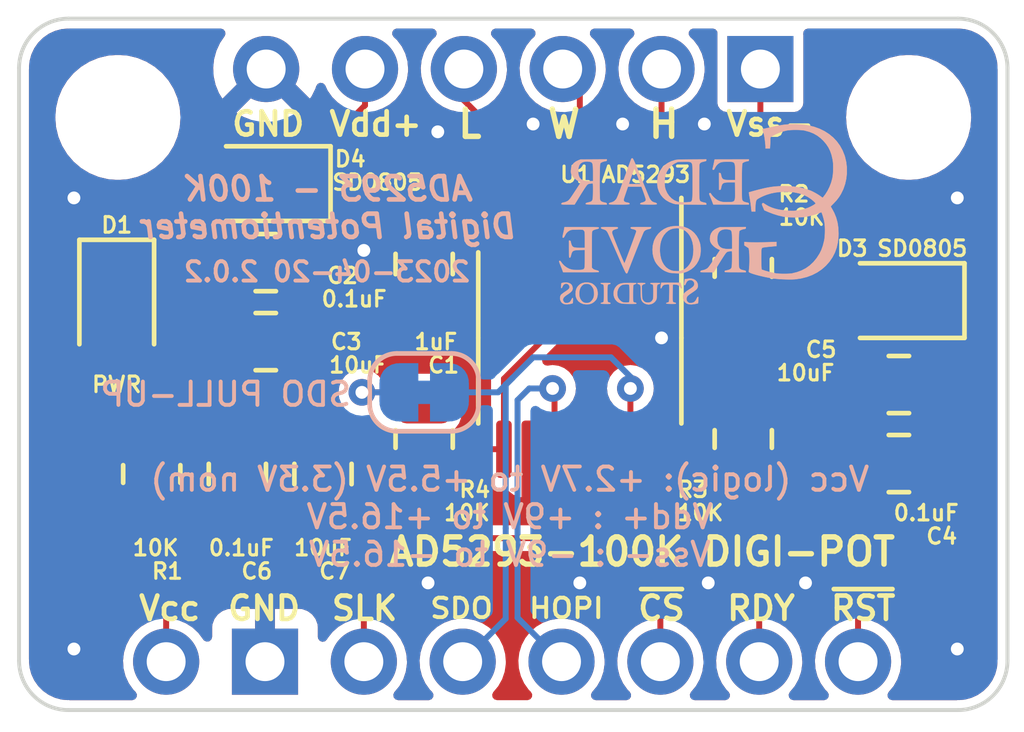
<source format=kicad_pcb>
(kicad_pcb (version 20211014) (generator pcbnew)
  (title_block (title "AD5293_breakout") (date "2023-04-20") (rev "2.0.2") (company "Cedar Grove Studios"))
  (layers (0 "F.Cu" signal) (31 "B.Cu" signal) (34 "B.Paste" user) (35 "F.Paste" user) (36 "B.SilkS" user "B.Silkscreen") (37 "F.SilkS" user "F.Silkscreen") (38 "B.Mask" user) (39 "F.Mask" user) (44 "Edge.Cuts" user))
  (net 0 "")
  (net 1 "GND")
  (net 2 "/~{RST}")
  (net 3 "/W")
  (net 4 "/Vss-")
  (net 5 "/H")
  (net 6 "/L")
  (net 7 "/Vdd+")
  (net 8 "Net-(C1-Pad1)")
  (net 9 "/HOPI")
  (net 10 "/SCK")
  (net 11 "/~{CS}")
  (net 12 "/SDO")
  (net 13 "/RDY")
  (net 14 "/Vcc")
  (net 15 "Net-(D1-Pad2)")
  (net 16 "Net-(D3-Pad1)")
  (net 17 "Net-(D4-Pad2)")
  (net 18 "Net-(JP1-Pad1)")
  (footprint "MountingHole:MountingHole_2.7mm_M2.5" (layer "F.Cu") (at 158.75 100.33)
    (fp_text reference "REF**" hide)
    (fp_text value "MountingHole_2.7mm_M2.5" hide)
    (pad "" np_thru_hole circle locked (at 0 0) (size 2.7 2.7) (drill 2.7) (layers *.Cu *.Mask))
  )
  (footprint "LED_SMD:LED_0805_2012Metric" (layer "F.Cu") (at 138.4 105.1625 -90)
    (fp_text reference "D1" (at -2.0625 0 180) (layer "F.SilkS") (effects (font (size 0.4 0.4) (thickness 0.08))))
    (fp_text value "PWR" (at 2.0375 0) (layer "F.SilkS") (effects (font (size 0.4 0.4) (thickness 0.08))))
    (pad "1" smd roundrect (at -0.9375 0 270) (size 0.975 1.4) (layers "F.Cu" "F.Paste" "F.Mask") (net 1 "GND"))
    (pad "2" smd roundrect (at 0.9375 0 270) (size 0.975 1.4) (layers "F.Cu" "F.Paste" "F.Mask") (net 15 "Net-(D1-Pad2)"))
  )
  (footprint "Connector_PinSocket_2.54mm:PinSocket_1x08_P2.54mm_Vertical" (layer "F.Cu") (at 139.6698 114.3258 90)
    (fp_text reference "J1" hide)
    (fp_text value "BKOUT_PINS" hide)
    (pad "1" thru_hole circle (at 0 0 90) (size 1.7 1.7) (drill 1) (layers *.Cu *.Mask) (net 14 "/Vcc"))
    (pad "2" thru_hole rect (at 0 2.54 90) (size 1.7 1.7) (drill 1) (layers *.Cu *.Mask) (net 1 "GND"))
    (pad "3" thru_hole oval (at 0 5.08 90) (size 1.7 1.7) (drill 1) (layers *.Cu *.Mask) (net 10 "/SCK"))
    (pad "4" thru_hole oval (at 0 7.62 90) (size 1.7 1.7) (drill 1) (layers *.Cu *.Mask) (net 12 "/SDO"))
    (pad "5" thru_hole oval (at 0 10.16 90) (size 1.7 1.7) (drill 1) (layers *.Cu *.Mask) (net 9 "/HOPI"))
    (pad "6" thru_hole oval (at 0 12.7 90) (size 1.7 1.7) (drill 1) (layers *.Cu *.Mask) (net 11 "/~{CS}"))
    (pad "7" thru_hole oval (at 0 15.24 90) (size 1.7 1.7) (drill 1) (layers *.Cu *.Mask) (net 13 "/RDY"))
    (pad "8" thru_hole oval (at 0 17.78 90) (size 1.7 1.7) (drill 1) (layers *.Cu *.Mask) (net 2 "/~{RST}"))
  )
  (footprint "Capacitor_SMD:C_0805_2012Metric" (layer "F.Cu") (at 158.5 107.2)
    (fp_text reference "C5" (at -2 -0.9) (layer "F.SilkS") (effects (font (size 0.4 0.4) (thickness 0.08))))
    (fp_text value "10uF" (at -2.4 -0.3) (layer "F.SilkS") (effects (font (size 0.4 0.4) (thickness 0.08))))
    (pad "1" smd roundrect (at -0.95 0) (size 1 1.45) (layers "F.Cu" "F.Paste" "F.Mask") (net 4 "/Vss-"))
    (pad "2" smd roundrect (at 0.95 0) (size 1 1.45) (layers "F.Cu" "F.Paste" "F.Mask") (net 1 "GND"))
  )
  (footprint "Capacitor_SMD:C_0805_2012Metric" (layer "F.Cu") (at 142.2298 104.0638 180)
    (fp_text reference "C2" (at -1.9702 -0.3362) (layer "F.SilkS") (effects (font (size 0.4 0.4) (thickness 0.08))))
    (fp_text value "0.1uF" (at -2.2702 -0.9362) (layer "F.SilkS") (effects (font (size 0.4 0.4) (thickness 0.08))))
    (pad "1" smd roundrect (at -0.95 0 180) (size 1 1.45) (layers "F.Cu" "F.Paste" "F.Mask") (net 7 "/Vdd+"))
    (pad "2" smd roundrect (at 0.95 0 180) (size 1 1.45) (layers "F.Cu" "F.Paste" "F.Mask") (net 1 "GND"))
  )
  (footprint "MountingHole:MountingHole_2.7mm_M2.5" (layer "F.Cu") (at 138.43 100.33)
    (fp_text reference "REF**" hide)
    (fp_text value "MountingHole_2.7mm_M2.5" hide)
    (pad "" np_thru_hole circle locked (at 0 0) (size 2.7 2.7) (drill 2.7) (layers *.Cu *.Mask))
  )
  (footprint "Diode_SMD:D_0805_2012Metric" (layer "F.Cu") (at 158.5 105.041 180)
    (fp_text reference "D3" (at 1.2 1.341) (layer "F.SilkS") (effects (font (size 0.4 0.4) (thickness 0.08))))
    (fp_text value "SD0805" (at -0.6 1.341) (layer "F.SilkS") (effects (font (size 0.4 0.4) (thickness 0.08))))
    (pad "1" smd roundrect (at -0.9375 0 180) (size 0.975 1.4) (layers "F.Cu" "F.Paste" "F.Mask") (net 16 "Net-(D3-Pad1)"))
    (pad "2" smd roundrect (at 0.9375 0 180) (size 0.975 1.4) (layers "F.Cu" "F.Paste" "F.Mask") (net 4 "/Vss-"))
  )
  (footprint "Capacitor_SMD:C_0805_2012Metric" (layer "F.Cu") (at 141.5 109.5 -90)
    (fp_text reference "C6" (at 2.5 -0.5 180) (layer "F.SilkS") (effects (font (size 0.4 0.4) (thickness 0.08))))
    (fp_text value "0.1uF" (at 1.9 -0.1 180) (layer "F.SilkS") (effects (font (size 0.4 0.4) (thickness 0.08))))
    (pad "1" smd roundrect (at -0.95 0 270) (size 1 1.45) (layers "F.Cu" "F.Paste" "F.Mask") (net 14 "/Vcc"))
    (pad "2" smd roundrect (at 0.95 0 270) (size 1 1.45) (layers "F.Cu" "F.Paste" "F.Mask") (net 1 "GND"))
  )
  (footprint "Package_SO:TSSOP-14_4.4x5mm_P0.65mm" (layer "F.Cu") (at 150.3 106 -90)
    (fp_text reference "U1" (at -4.2 0.1 180) (layer "F.SilkS") (effects (font (size 0.4 0.4) (thickness 0.08))))
    (fp_text value "AD5293" (at -4.2 -1.7 180) (layer "F.SilkS") (effects (font (size 0.4 0.4) (thickness 0.08))))
    (pad "1" smd roundrect (at -2.8625 -1.95 270) (size 1.475 0.4) (layers "F.Cu" "F.Paste" "F.Mask") (net 2 "/~{RST}"))
    (pad "2" smd roundrect (at -2.8625 -1.3 270) (size 1.475 0.4) (layers "F.Cu" "F.Paste" "F.Mask") (net 4 "/Vss-"))
    (pad "3" smd roundrect (at -2.8625 -0.65 270) (size 1.475 0.4) (layers "F.Cu" "F.Paste" "F.Mask") (net 5 "/H"))
    (pad "4" smd roundrect (at -2.8625 0 270) (size 1.475 0.4) (layers "F.Cu" "F.Paste" "F.Mask") (net 3 "/W"))
    (pad "5" smd roundrect (at -2.8625 0.65 270) (size 1.475 0.4) (layers "F.Cu" "F.Paste" "F.Mask") (net 6 "/L"))
    (pad "6" smd roundrect (at -2.8625 1.3 270) (size 1.475 0.4) (layers "F.Cu" "F.Paste" "F.Mask") (net 7 "/Vdd+"))
    (pad "7" smd roundrect (at -2.8625 1.95 270) (size 1.475 0.4) (layers "F.Cu" "F.Paste" "F.Mask") (net 8 "Net-(C1-Pad1)"))
    (pad "8" smd roundrect (at 2.8625 1.95 270) (size 1.475 0.4) (layers "F.Cu" "F.Paste" "F.Mask") (net 14 "/Vcc"))
    (pad "9" smd roundrect (at 2.8625 1.3 270) (size 1.475 0.4) (layers "F.Cu" "F.Paste" "F.Mask") (net 1 "GND"))
    (pad "10" smd roundrect (at 2.8625 0.65 270) (size 1.475 0.4) (layers "F.Cu" "F.Paste" "F.Mask") (net 9 "/HOPI"))
    (pad "11" smd roundrect (at 2.8625 0 270) (size 1.475 0.4) (layers "F.Cu" "F.Paste" "F.Mask") (net 10 "/SCK"))
    (pad "12" smd roundrect (at 2.8625 -0.65 270) (size 1.475 0.4) (layers "F.Cu" "F.Paste" "F.Mask") (net 11 "/~{CS}"))
    (pad "13" smd roundrect (at 2.8625 -1.3 270) (size 1.475 0.4) (layers "F.Cu" "F.Paste" "F.Mask") (net 12 "/SDO"))
    (pad "14" smd roundrect (at 2.8625 -1.95 270) (size 1.475 0.4) (layers "F.Cu" "F.Paste" "F.Mask") (net 13 "/RDY"))
  )
  (footprint "Diode_SMD:D_0805_2012Metric" (layer "F.Cu") (at 142.2098 102.0318 180)
    (fp_text reference "D4" (at -2.1902 0.6318) (layer "F.SilkS") (effects (font (size 0.4 0.4) (thickness 0.08))))
    (fp_text value "SD0805" (at -2.8902 0.0318 180) (layer "F.SilkS") (effects (font (size 0.4 0.4) (thickness 0.08))))
    (pad "1" smd roundrect (at -0.9375 0 180) (size 0.975 1.4) (layers "F.Cu" "F.Paste" "F.Mask") (net 7 "/Vdd+"))
    (pad "2" smd roundrect (at 0.9375 0 180) (size 0.975 1.4) (layers "F.Cu" "F.Paste" "F.Mask") (net 17 "Net-(D4-Pad2)"))
  )
  (footprint "Resistor_SMD:R_0805_2012Metric" (layer "F.Cu") (at 139.3 109.5 90)
    (fp_text reference "R1" (at -2.5 0.4) (layer "F.SilkS") (effects (font (size 0.4 0.4) (thickness 0.08))))
    (fp_text value "10K" (at -1.9 0.1) (layer "F.SilkS") (effects (font (size 0.4 0.4) (thickness 0.08))))
    (pad "1" smd roundrect (at -0.9125 0 90) (size 1.025 1.4) (layers "F.Cu" "F.Paste" "F.Mask") (roundrect_rratio 0.243902439) (net 14 "/Vcc"))
    (pad "2" smd roundrect (at 0.9125 0 90) (size 1.025 1.4) (layers "F.Cu" "F.Paste" "F.Mask") (roundrect_rratio 0.243902439) (net 15 "Net-(D1-Pad2)"))
  )
  (footprint "Capacitor_SMD:C_0805_2012Metric" (layer "F.Cu") (at 142.2298 106.0958 180)
    (fp_text reference "C3" (at -2.0702 -0.0042) (layer "F.SilkS") (effects (font (size 0.4 0.4) (thickness 0.08))))
    (fp_text value "10uF" (at -2.3702 -0.6042) (layer "F.SilkS") (effects (font (size 0.4 0.4) (thickness 0.08))))
    (pad "1" smd roundrect (at -0.95 0 180) (size 1 1.45) (layers "F.Cu" "F.Paste" "F.Mask") (net 7 "/Vdd+"))
    (pad "2" smd roundrect (at 0.95 0 180) (size 1 1.45) (layers "F.Cu" "F.Paste" "F.Mask") (net 1 "GND"))
  )
  (footprint "Connector_PinSocket_2.54mm:PinSocket_1x06_P2.54mm_Vertical" (layer "F.Cu") (at 142.24 99.0858 90)
    (fp_text reference "J2" hide)
    (fp_text value "POTENTIOMETER" hide)
    (pad "1" thru_hole circle (at 0 0 90) (size 1.7 1.7) (drill 1) (layers *.Cu *.Mask) (net 1 "GND"))
    (pad "2" thru_hole oval (at 0 2.54 90) (size 1.7 1.7) (drill 1) (layers *.Cu *.Mask) (net 17 "Net-(D4-Pad2)"))
    (pad "3" thru_hole oval (at 0 5.08 90) (size 1.7 1.7) (drill 1) (layers *.Cu *.Mask) (net 6 "/L"))
    (pad "4" thru_hole oval (at 0 7.62 90) (size 1.7 1.7) (drill 1) (layers *.Cu *.Mask) (net 3 "/W"))
    (pad "5" thru_hole oval (at 0 10.16 90) (size 1.7 1.7) (drill 1) (layers *.Cu *.Mask) (net 5 "/H"))
    (pad "6" thru_hole rect (at 0 12.7 90) (size 1.7 1.7) (drill 1) (layers *.Cu *.Mask) (net 16 "Net-(D3-Pad1)"))
  )
  (footprint "Resistor_SMD:R_0805_2012Metric" (layer "F.Cu") (at 146.3 108.6 90)
    (fp_text reference "R4" (at -1.3 1.3 180) (layer "F.SilkS") (effects (font (size 0.4 0.4) (thickness 0.08))))
    (fp_text value "10K" (at -1.9 1.1 180) (layer "F.SilkS") (effects (font (size 0.4 0.4) (thickness 0.08))))
    (pad "1" smd roundrect (at -0.9125 0 90) (size 1.025 1.4) (layers "F.Cu" "F.Paste" "F.Mask") (roundrect_rratio 0.243902439) (net 14 "/Vcc"))
    (pad "2" smd roundrect (at 0.9125 0 90) (size 1.025 1.4) (layers "F.Cu" "F.Paste" "F.Mask") (roundrect_rratio 0.243902439) (net 18 "Net-(JP1-Pad1)"))
  )
  (footprint "Capacitor_SMD:C_0805_2012Metric" (layer "F.Cu") (at 146.3 104.1 -90)
    (fp_text reference "C1" (at 2.6 -0.5) (layer "F.SilkS") (effects (font (size 0.4 0.4) (thickness 0.08))))
    (fp_text value "1uF" (at 2 -0.3) (layer "F.SilkS") (effects (font (size 0.4 0.4) (thickness 0.08))))
    (pad "1" smd roundrect (at -0.95 0 270) (size 1 1.45) (layers "F.Cu" "F.Paste" "F.Mask") (net 8 "Net-(C1-Pad1)"))
    (pad "2" smd roundrect (at 0.95 0 270) (size 1 1.45) (layers "F.Cu" "F.Paste" "F.Mask") (net 1 "GND"))
  )
  (footprint "Resistor_SMD:R_0805_2012Metric" (layer "F.Cu") (at 154.5 104.2 90)
    (fp_text reference "R2" (at 1.9 1.3 180) (layer "F.SilkS") (effects (font (size 0.4 0.4) (thickness 0.08))))
    (fp_text value "10K" (at 1.3 1.5 180) (layer "F.SilkS") (effects (font (size 0.4 0.4) (thickness 0.08))))
    (pad "1" smd roundrect (at -0.9125 0 90) (size 1.025 1.4) (layers "F.Cu" "F.Paste" "F.Mask") (roundrect_rratio 0.243902439) (net 14 "/Vcc"))
    (pad "2" smd roundrect (at 0.9125 0 90) (size 1.025 1.4) (layers "F.Cu" "F.Paste" "F.Mask") (roundrect_rratio 0.243902439) (net 2 "/~{RST}"))
  )
  (footprint "Capacitor_SMD:C_0805_2012Metric" (layer "F.Cu") (at 143.7 109.5 -90)
    (fp_text reference "C7" (at 2.5 -0.3 180) (layer "F.SilkS") (effects (font (size 0.4 0.4) (thickness 0.08))))
    (fp_text value "10uF" (at 1.9 0 180) (layer "F.SilkS") (effects (font (size 0.4 0.4) (thickness 0.08))))
    (pad "1" smd roundrect (at -0.95 0 270) (size 1 1.45) (layers "F.Cu" "F.Paste" "F.Mask") (net 14 "/Vcc"))
    (pad "2" smd roundrect (at 0.95 0 270) (size 1 1.45) (layers "F.Cu" "F.Paste" "F.Mask") (net 1 "GND"))
  )
  (footprint "Capacitor_SMD:C_0805_2012Metric" (layer "F.Cu") (at 158.5 109.232)
    (fp_text reference "C4" (at 1.1 1.868) (layer "F.SilkS") (effects (font (size 0.4 0.4) (thickness 0.08))))
    (fp_text value "0.1uF" (at 0.7 1.268) (layer "F.SilkS") (effects (font (size 0.4 0.4) (thickness 0.08))))
    (pad "1" smd roundrect (at -0.95 0) (size 1 1.45) (layers "F.Cu" "F.Paste" "F.Mask") (net 4 "/Vss-"))
    (pad "2" smd roundrect (at 0.95 0) (size 1 1.45) (layers "F.Cu" "F.Paste" "F.Mask") (net 1 "GND"))
  )
  (footprint "Resistor_SMD:R_0805_2012Metric" (layer "F.Cu") (at 154.5 108.6 -90)
    (fp_text reference "R3" (at 1.3 1.3 180) (layer "F.SilkS") (effects (font (size 0.4 0.4) (thickness 0.08))))
    (fp_text value "10K" (at 1.9 1.1 180) (layer "F.SilkS") (effects (font (size 0.4 0.4) (thickness 0.08))))
    (pad "1" smd roundrect (at -0.9125 0 270) (size 1.025 1.4) (layers "F.Cu" "F.Paste" "F.Mask") (roundrect_rratio 0.243902439) (net 14 "/Vcc"))
    (pad "2" smd roundrect (at 0.9125 0 270) (size 1.025 1.4) (layers "F.Cu" "F.Paste" "F.Mask") (roundrect_rratio 0.243902439) (net 13 "/RDY"))
  )
  (footprint "Jumper:SolderJumper-2_P1.3mm_Bridged_RoundedPad1.0x1.5mm" (layer "B.Cu") (at 146.3 107.4)
    (fp_text reference "JP1" hide)
    (fp_text value "SDO PULL-UP" (at -5.1 0.05) (layer "B.SilkS") (effects (font (size 0.6 0.6) (thickness 0.1)) (justify mirror)))
    (fp_poly (pts (xy 0.25 0.3) (xy -0.25 0.3) (xy -0.25 -0.3) (xy 0.25 -0.3)) (layer "B.Cu") (width 0) (fill solid))
    (pad "1" smd custom locked (at -0.65 0) (size 1 0.5) (layers "B.Cu" "B.Mask") (net 18 "Net-(JP1-Pad1)") (options (clearance outline) (anchor rect)) (primitives (gr_circle (center 0 -0.25) (end 0.5 -0.25) (width 0) (fill yes)) (gr_circle (center 0 0.25) (end 0.5 0.25) (width 0) (fill yes)) (gr_poly (pts (xy 0.5 0.75) (xy 0 0.75) (xy 0 -0.75) (xy 0.5 -0.75)) (width 0) (fill yes))))
    (pad "2" smd custom locked (at 0.65 0) (size 1 0.5) (layers "B.Cu" "B.Mask") (net 12 "/SDO") (options (clearance outline) (anchor rect)) (primitives (gr_circle (center 0 -0.25) (end 0.5 -0.25) (width 0) (fill yes)) (gr_circle (center 0 0.25) (end 0.5 0.25) (width 0) (fill yes)) (gr_poly (pts (xy 0 0.75) (xy -0.5 0.75) (xy -0.5 -0.75) (xy 0 -0.75)) (width 0) (fill yes))))
  )
  (footprint "CedarGrove_custom:CedarGroveStudios_TEXT_LOGO_8x5_4mm" (layer "B.Cu") (at 153.4 102.8 180)
    (fp_text reference "G***" hide)
    (fp_text value "LOGO" hide)
  )
  (gr_line (start 135.89 99.06) (end 135.89 114.3) (layer "Edge.Cuts") (width 0.1))
  (gr_arc (start 137.16 115.57) (mid 136.261974 115.198026) (end 135.89 114.3) (layer "Edge.Cuts") (width 0.1))
  (gr_arc (start 161.29 114.3) (mid 160.918026 115.198026) (end 160.02 115.57) (layer "Edge.Cuts") (width 0.1))
  (gr_line (start 160.02 115.57) (end 137.16 115.57) (layer "Edge.Cuts") (width 0.1))
  (gr_line (start 161.29 99.06) (end 161.29 114.3) (layer "Edge.Cuts") (width 0.1))
  (gr_arc (start 160.02 97.79) (mid 160.918026 98.161974) (end 161.29 99.06) (layer "Edge.Cuts") (width 0.1))
  (gr_line (start 160.02 97.79) (end 137.16 97.79) (layer "Edge.Cuts") (width 0.1))
  (gr_arc (start 135.89 99.06) (mid 136.261974 98.161974) (end 137.16 97.79) (layer "Edge.Cuts") (width 0.1))
  (gr_text "Vcc (logic): +2.7V to +5.5V (3.3V nom)\nVdd+ : +9V to +16.5V\nVss- : -9V to -16.5V" (at 148.5 110.6) (layer "B.SilkS") (effects (font (size 0.6 0.6) (thickness 0.1)) (justify mirror)))
  (gr_text "AD5293 - 100K\nDigital Potentiometer" (at 143.85 102.65) (layer "B.SilkS") (effects (font (size 0.6 0.6) (thickness 0.12) italic) (justify mirror)))
  (gr_text "2023-04-20 2.0.2" (at 143.8 104.3) (layer "B.SilkS") (effects (font (size 0.5 0.5) (thickness 0.1)) (justify mirror)))
  (gr_text "AD5293-100K DIGI-POT" (at 151.9 111.5) (layer "F.SilkS") (effects (font (size 0.7 0.7) (thickness 0.14))))
  (gr_text "Vdd+" (at 143.8 100.5) (layer "F.SilkS") (effects (font (size 0.6 0.6) (thickness 0.12)) (justify left)))
  (gr_text "SLK" (at 143.8608 112.9538) (layer "F.SilkS") (effects (font (size 0.6 0.6) (thickness 0.12)) (justify left)))
  (gr_text "GND" (at 141.1938 112.9538) (layer "F.SilkS") (effects (font (size 0.6 0.6) (thickness 0.12)) (justify left)))
  (gr_text "~{RST}" (at 156.6878 112.9538) (layer "F.SilkS") (effects (font (size 0.6 0.6) (thickness 0.12)) (justify left)))
  (gr_text "Vss-" (at 154 100.5) (layer "F.SilkS") (effects (font (size 0.6 0.6) (thickness 0.12)) (justify left)))
  (gr_text "Vcc" (at 138.9078 112.9538) (layer "F.SilkS") (effects (font (size 0.6 0.6) (thickness 0.12)) (justify left)))
  (gr_text "GND" (at 141.3 100.5) (layer "F.SilkS") (effects (font (size 0.6 0.6) (thickness 0.12)) (justify left)))
  (gr_text "W\n" (at 149.4 100.5) (layer "F.SilkS") (effects (font (size 0.7 0.7) (thickness 0.14)) (justify left)))
  (gr_text "L" (at 147.1 100.5) (layer "F.SilkS") (effects (font (size 0.7 0.7) (thickness 0.14)) (justify left)))
  (gr_text "HOPI" (at 148.9408 112.9538) (layer "F.SilkS") (effects (font (size 0.5 0.53) (thickness 0.1)) (justify left)))
  (gr_text "SDO" (at 146.4008 112.9538) (layer "F.SilkS") (effects (font (size 0.5 0.53) (thickness 0.1)) (justify left)))
  (gr_text "RDY" (at 154.0208 112.9538) (layer "F.SilkS") (effects (font (size 0.6 0.6) (thickness 0.12)) (justify left)))
  (gr_text "~{CS}" (at 151.7348 112.9538) (layer "F.SilkS") (effects (font (size 0.6 0.6) (thickness 0.12)) (justify left)))
  (gr_text "H" (at 152 100.5) (layer "F.SilkS") (effects (font (size 0.7 0.7) (thickness 0.14)) (justify left)))
  (via (at 160 114) (size 0.6858) (drill 0.3302) (layers "F.Cu" "B.Cu") (net 1))
  (via (at 160 102.4) (size 0.6858) (drill 0.3302) (layers "F.Cu" "B.Cu") (net 1))
  (via (at 146.65 100.7) (size 0.6858) (drill 0.3302) (layers "F.Cu" "B.Cu") (net 1))
  (via (at 137.3 102.4) (size 0.6858) (drill 0.3302) (layers "F.Cu" "B.Cu") (net 1))
  (via (at 152.4 106) (size 0.6858) (drill 0.3302) (layers "F.Cu" "B.Cu") (net 1))
  (via (at 150.3 112.3) (size 0.6858) (drill 0.3302) (layers "F.Cu" "B.Cu") (net 1))
  (via (at 146.4 112.3) (size 0.6858) (drill 0.3302) (layers "F.Cu" "B.Cu") (net 1))
  (via (at 149.1 100.5) (size 0.6858) (drill 0.3302) (layers "F.Cu" "B.Cu") (net 1))
  (via (at 156.1 112.3) (size 0.6858) (drill 0.3302) (layers "F.Cu" "B.Cu") (net 1))
  (via (at 153.5 100.5) (size 0.6858) (drill 0.3302) (layers "F.Cu" "B.Cu") (net 1))
  (via (at 153.6 112.3) (size 0.6858) (drill 0.3302) (layers "F.Cu" "B.Cu") (net 1))
  (via (at 137.3 114) (size 0.6858) (drill 0.3302) (layers "F.Cu" "B.Cu") (net 1))
  (via (at 144.75 103.75) (size 0.6858) (drill 0.3302) (layers "F.Cu" "B.Cu") (net 1))
  (via (at 151.4 100.5) (size 0.6858) (drill 0.3302) (layers "F.Cu" "B.Cu") (net 1))
  (segment (start 152.25 103.1375) (end 154.35 103.1375) (width 0.1524) (layer "F.Cu") (net 2))
  (segment (start 157.4498 114.3258) (end 157.4498 112.5502) (width 0.1524) (layer "F.Cu") (net 2))
  (segment (start 156.1 111.2004) (end 157.4498 112.5502) (width 0.1524) (layer "F.Cu") (net 2))
  (segment (start 154.35 103.1375) (end 154.5 103.2875) (width 0.1524) (layer "F.Cu") (net 2))
  (segment (start 156.1 104.8875) (end 156.1 111.2004) (width 0.1524) (layer "F.Cu") (net 2))
  (segment (start 154.5 103.2875) (end 156.1 104.8875) (width 0.1524) (layer "F.Cu") (net 2))
  (segment (start 150.3 103.1375) (end 150.3 99.5258) (width 0.1524) (layer "F.Cu") (net 3))
  (segment (start 150.3 99.5258) (end 149.86 99.0858) (width 0.1524) (layer "F.Cu") (net 3))
  (segment (start 157.5625 105.041) (end 157.5625 104.0625) (width 0.1524) (layer "F.Cu") (net 4))
  (segment (start 157.55 105.0535) (end 157.55 107.2) (width 0.1524) (layer "F.Cu") (net 4))
  (segment (start 152.3 101.7) (end 151.6 102.4) (width 0.1524) (layer "F.Cu") (net 4))
  (segment (start 151.6 102.4) (end 151.6 103.1375) (width 0.1524) (layer "F.Cu") (net 4))
  (segment (start 155.2 101.7) (end 152.3 101.7) (width 0.1524) (layer "F.Cu") (net 4))
  (segment (start 157.5625 105.041) (end 157.55 105.0535) (width 0.1524) (layer "F.Cu") (net 4))
  (segment (start 157.55 107.2) (end 157.55 109.232) (width 0.1524) (layer "F.Cu") (net 4))
  (segment (start 157.5625 104.0625) (end 155.2 101.7) (width 0.1524) (layer "F.Cu") (net 4))
  (segment (start 152.4 101.13597) (end 150.95 102.585969) (width 0.1524) (layer "F.Cu") (net 5))
  (segment (start 152.4 99.0858) (end 152.4 101.13597) (width 0.1524) (layer "F.Cu") (net 5))
  (segment (start 150.95 102.585969) (end 150.95 103.1375) (width 0.1524) (layer "F.Cu") (net 5))
  (segment (start 147.32 99.889626) (end 147.32 99.0858) (width 0.1524) (layer "F.Cu") (net 6))
  (segment (start 149.65 102.219626) (end 147.32 99.889626) (width 0.1524) (layer "F.Cu") (net 6))
  (segment (start 149.65 103.1375) (end 149.65 102.219626) (width 0.1524) (layer "F.Cu") (net 6))
  (segment (start 143.4791 101.7) (end 148.7 101.7) (width 0.1524) (layer "F.Cu") (net 7))
  (segment (start 143.1473 102.0318) (end 143.4791 101.7) (width 0.1524) (layer "F.Cu") (net 7))
  (segment (start 143.1798 102.0643) (end 143.1473 102.0318) (width 0.1524) (layer "F.Cu") (net 7))
  (segment (start 149 102) (end 149 103.1375) (width 0.1524) (layer "F.Cu") (net 7))
  (segment (start 148.7 101.7) (end 149 102) (width 0.1524) (layer "F.Cu") (net 7))
  (segment (start 143.1798 106.0958) (end 143.1798 104.0638) (width 0.1524) (layer "F.Cu") (net 7))
  (segment (start 143.1798 104.0638) (end 143.1798 102.0643) (width 0.1524) (layer "F.Cu") (net 7))
  (segment (start 148.3375 103.15) (end 148.35 103.1375) (width 0.1524) (layer "F.Cu") (net 8))
  (segment (start 146.3 103.15) (end 148.3375 103.15) (width 0.1524) (layer "F.Cu") (net 8))
  (segment (start 149.65 107.35) (end 149.6 107.3) (width 0.1524) (layer "F.Cu") (net 9))
  (segment (start 149.65 108.8625) (end 149.65 107.35) (width 0.1524) (layer "F.Cu") (net 9))
  (via (at 149.6 107.3) (size 0.6858) (drill 0.3302) (layers "F.Cu" "B.Cu") (net 9))
  (segment (start 149.8298 114.3258) (end 148.7 113.196) (width 0.1524) (layer "B.Cu") (net 9))
  (segment (start 148.7 107.6) (end 149 107.3) (width 0.1524) (layer "B.Cu") (net 9))
  (segment (start 149 107.3) (end 149.6 107.3) (width 0.1524) (layer "B.Cu") (net 9))
  (segment (start 148.7 113.196) (end 148.7 107.6) (width 0.1524) (layer "B.Cu") (net 9))
  (segment (start 144.7498 114.3258) (end 144.7498 112.3502) (width 0.1524) (layer "F.Cu") (net 10))
  (segment (start 149.95 111.15) (end 150.3 110.8) (width 0.1524) (layer "F.Cu") (net 10))
  (segment (start 144.7498 112.3502) (end 145.95 111.15) (width 0.1524) (layer "F.Cu") (net 10))
  (segment (start 150.3 110.8) (end 150.3 108.8625) (width 0.1524) (layer "F.Cu") (net 10))
  (segment (start 145.95 111.15) (end 149.95 111.15) (width 0.1524) (layer "F.Cu") (net 10))
  (segment (start 151.9 111.1) (end 151.4 111.1) (width 0.1524) (layer "F.Cu") (net 11))
  (segment (start 152.3698 114.3258) (end 152.3698 111.5698) (width 0.1524) (layer "F.Cu") (net 11))
  (segment (start 150.95 110.65) (end 151.4 111.1) (width 0.1524) (layer "F.Cu") (net 11))
  (segment (start 150.95 108.8625) (end 150.95 110.65) (width 0.1524) (layer "F.Cu") (net 11))
  (segment (start 152.3698 111.5698) (end 151.9 111.1) (width 0.1524) (layer "F.Cu") (net 11))
  (segment (start 151.6 108.8625) (end 151.6 107.3) (width 0.1524) (layer "F.Cu") (net 12))
  (via (at 151.6 107.3) (size 0.6858) (drill 0.3302) (layers "F.Cu" "B.Cu") (net 12))
  (segment (start 147.2898 114.3258) (end 148.39568 113.21992) (width 0.1524) (layer "B.Cu") (net 12))
  (segment (start 148.39568 113.21992) (end 148.39568 110.89568) (width 0.1524) (layer "B.Cu") (net 12))
  (segment (start 151.1 106.5) (end 149.1 106.5) (width 0.1524) (layer "B.Cu") (net 12))
  (segment (start 148.2 107.4) (end 148.575 107.025) (width 0.1524) (layer "B.Cu") (net 12))
  (segment (start 146.95 107.4) (end 148.2 107.4) (width 0.1524) (layer "B.Cu") (net 12))
  (segment (start 151.6 107.3) (end 151.6 107) (width 0.1524) (layer "B.Cu") (net 12))
  (segment (start 151.6 107) (end 151.1 106.5) (width 0.1524) (layer "B.Cu") (net 12))
  (segment (start 148.39568 110.89568) (end 148.39568 107.19568) (width 0.1524) (layer "B.Cu") (net 12))
  (segment (start 149.1 106.5) (end 148.575 107.025) (width 0.1524) (layer "B.Cu") (net 12))
  (segment (start 148.39568 107.19568) (end 148.40432 107.19568) (width 0.1524) (layer "B.Cu") (net 12))
  (segment (start 148.40432 107.19568) (end 148.575 107.025) (width 0.1524) (layer "B.Cu") (net 12))
  (segment (start 154.9098 109.9223) (end 154.5 109.5125) (width 0.1524) (layer "F.Cu") (net 13))
  (segment (start 152.25 108.8625) (end 153.85 108.8625) (width 0.1524) (layer "F.Cu") (net 13))
  (segment (start 153.85 108.8625) (end 154.5 109.5125) (width 0.1524) (layer "F.Cu") (net 13))
  (segment (start 154.9098 114.3258) (end 154.9098 109.9223) (width 0.1524) (layer "F.Cu") (net 13))
  (segment (start 146.95 108.8625) (end 146.3 109.5125) (width 0.1524) (layer "F.Cu") (net 14))
  (segment (start 148.35 107.05) (end 150.2875 105.1125) (width 0.1524) (layer "F.Cu") (net 14))
  (segment (start 139.6698 110.7823) (end 139.3 110.4125) (width 0.1524) (layer "F.Cu") (net 14))
  (segment (start 141.5 108.55) (end 143.7 108.55) (width 0.1524) (layer "F.Cu") (net 14))
  (segment (start 139.6375 110.4125) (end 141.5 108.55) (width 0.1524) (layer "F.Cu") (net 14))
  (segment (start 145.3375 108.55) (end 146.3 109.5125) (width 0.1524) (layer "F.Cu") (net 14))
  (segment (start 150.2875 105.1125) (end 154.5 105.1125) (width 0.1524) (layer "F.Cu") (net 14))
  (segment (start 148.35 108.8625) (end 148.35 107.05) (width 0.1524) (layer "F.Cu") (net 14))
  (segment (start 143.7 108.55) (end 145.3375 108.55) (width 0.1524) (layer "F.Cu") (net 14))
  (segment (start 139.6698 114.3258) (end 139.6698 110.7823) (width 0.1524) (layer "F.Cu") (net 14))
  (segment (start 139.3 110.4125) (end 139.6375 110.4125) (width 0.1524) (layer "F.Cu") (net 14))
  (segment (start 148.35 108.8625) (end 146.95 108.8625) (width 0.1524) (layer "F.Cu") (net 14))
  (segment (start 154.5 107.6875) (end 154.5 105.1125) (width 0.1524) (layer "F.Cu") (net 14))
  (segment (start 139.3 107) (end 138.4 106.1) (width 0.1524) (layer "F.Cu") (net 15))
  (segment (start 139.3 108.5875) (end 139.3 107) (width 0.1524) (layer "F.Cu") (net 15))
  (segment (start 157.830372 103.9) (end 158.9 103.9) (width 0.1524) (layer "F.Cu") (net 16))
  (segment (start 159.4375 104.4375) (end 158.9 103.9) (width 0.1524) (layer "F.Cu") (net 16))
  (segment (start 159.4375 105.041) (end 159.4375 104.4375) (width 0.1524) (layer "F.Cu") (net 16))
  (segment (start 154.94 101.009627) (end 154.94 99.0858) (width 0.1524) (layer "F.Cu") (net 16))
  (segment (start 154.94 101.009627) (end 157.830372 103.9) (width 0.1524) (layer "F.Cu") (net 16))
  (segment (start 144.78 100.02) (end 144.1 100.7) (width 0.1524) (layer "F.Cu") (net 17))
  (segment (start 144.1 100.7) (end 142.2 100.7) (width 0.1524) (layer "F.Cu") (net 17))
  (segment (start 142.2 100.7) (end 141.2723 101.6277) (width 0.1524) (layer "F.Cu") (net 17))
  (segment (start 144.78 99.0858) (end 144.78 100.02) (width 0.1524) (layer "F.Cu") (net 17))
  (segment (start 141.2723 101.6277) (end 141.2723 102.0318) (width 0.1524) (layer "F.Cu") (net 17))
  (segment (start 146.0125 107.4) (end 146.3 107.6875) (width 0.1524) (layer "F.Cu") (net 18))
  (segment (start 144.7 107.4) (end 146.0125 107.4) (width 0.1524) (layer "F.Cu") (net 18))
  (via (at 144.7 107.4) (size 0.6858) (drill 0.3302) (layers "F.Cu" "B.Cu") (net 18))
  (segment (start 144.7 107.4) (end 145.65 107.4) (width 0.1524) (layer "B.Cu") (net 18))
  (zone (net 1) (net_name "GND") (layers F&B.Cu) (connect_pads (clearance 0.254)) (min_thickness 0.254) (fill yes (thermal_gap 0.508) (thermal_bridge_width 0.508))
    (polygon (pts (xy 161.722 116.042) (xy 135.4 116.042) (xy 135.4 97.5) (xy 161.722 97.5)))
  )
)
</source>
